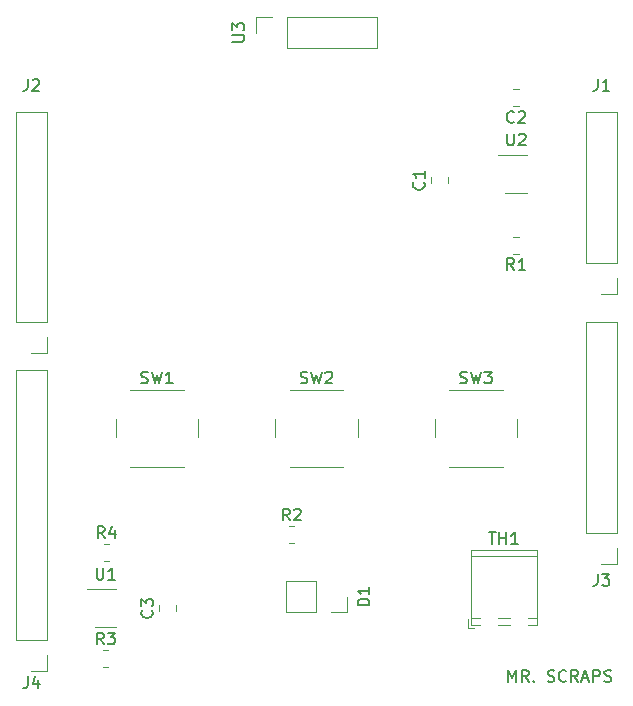
<source format=gbr>
%TF.GenerationSoftware,KiCad,Pcbnew,(5.1.7)-1*%
%TF.CreationDate,2020-11-20T22:02:49-05:00*%
%TF.ProjectId,Temp Probe,54656d70-2050-4726-9f62-652e6b696361,rev?*%
%TF.SameCoordinates,Original*%
%TF.FileFunction,Legend,Top*%
%TF.FilePolarity,Positive*%
%FSLAX46Y46*%
G04 Gerber Fmt 4.6, Leading zero omitted, Abs format (unit mm)*
G04 Created by KiCad (PCBNEW (5.1.7)-1) date 2020-11-20 22:02:49*
%MOMM*%
%LPD*%
G01*
G04 APERTURE LIST*
%ADD10C,0.150000*%
%ADD11C,0.120000*%
G04 APERTURE END LIST*
D10*
X70850666Y-127960380D02*
X70850666Y-126960380D01*
X71184000Y-127674666D01*
X71517333Y-126960380D01*
X71517333Y-127960380D01*
X72564952Y-127960380D02*
X72231619Y-127484190D01*
X71993523Y-127960380D02*
X71993523Y-126960380D01*
X72374476Y-126960380D01*
X72469714Y-127008000D01*
X72517333Y-127055619D01*
X72564952Y-127150857D01*
X72564952Y-127293714D01*
X72517333Y-127388952D01*
X72469714Y-127436571D01*
X72374476Y-127484190D01*
X71993523Y-127484190D01*
X72993523Y-127865142D02*
X73041142Y-127912761D01*
X72993523Y-127960380D01*
X72945904Y-127912761D01*
X72993523Y-127865142D01*
X72993523Y-127960380D01*
X74184000Y-127912761D02*
X74326857Y-127960380D01*
X74564952Y-127960380D01*
X74660190Y-127912761D01*
X74707809Y-127865142D01*
X74755428Y-127769904D01*
X74755428Y-127674666D01*
X74707809Y-127579428D01*
X74660190Y-127531809D01*
X74564952Y-127484190D01*
X74374476Y-127436571D01*
X74279238Y-127388952D01*
X74231619Y-127341333D01*
X74184000Y-127246095D01*
X74184000Y-127150857D01*
X74231619Y-127055619D01*
X74279238Y-127008000D01*
X74374476Y-126960380D01*
X74612571Y-126960380D01*
X74755428Y-127008000D01*
X75755428Y-127865142D02*
X75707809Y-127912761D01*
X75564952Y-127960380D01*
X75469714Y-127960380D01*
X75326857Y-127912761D01*
X75231619Y-127817523D01*
X75184000Y-127722285D01*
X75136380Y-127531809D01*
X75136380Y-127388952D01*
X75184000Y-127198476D01*
X75231619Y-127103238D01*
X75326857Y-127008000D01*
X75469714Y-126960380D01*
X75564952Y-126960380D01*
X75707809Y-127008000D01*
X75755428Y-127055619D01*
X76755428Y-127960380D02*
X76422095Y-127484190D01*
X76184000Y-127960380D02*
X76184000Y-126960380D01*
X76564952Y-126960380D01*
X76660190Y-127008000D01*
X76707809Y-127055619D01*
X76755428Y-127150857D01*
X76755428Y-127293714D01*
X76707809Y-127388952D01*
X76660190Y-127436571D01*
X76564952Y-127484190D01*
X76184000Y-127484190D01*
X77136380Y-127674666D02*
X77612571Y-127674666D01*
X77041142Y-127960380D02*
X77374476Y-126960380D01*
X77707809Y-127960380D01*
X78041142Y-127960380D02*
X78041142Y-126960380D01*
X78422095Y-126960380D01*
X78517333Y-127008000D01*
X78564952Y-127055619D01*
X78612571Y-127150857D01*
X78612571Y-127293714D01*
X78564952Y-127388952D01*
X78517333Y-127436571D01*
X78422095Y-127484190D01*
X78041142Y-127484190D01*
X78993523Y-127912761D02*
X79136380Y-127960380D01*
X79374476Y-127960380D01*
X79469714Y-127912761D01*
X79517333Y-127865142D01*
X79564952Y-127769904D01*
X79564952Y-127674666D01*
X79517333Y-127579428D01*
X79469714Y-127531809D01*
X79374476Y-127484190D01*
X79184000Y-127436571D01*
X79088761Y-127388952D01*
X79041142Y-127341333D01*
X78993523Y-127246095D01*
X78993523Y-127150857D01*
X79041142Y-127055619D01*
X79088761Y-127008000D01*
X79184000Y-126960380D01*
X79422095Y-126960380D01*
X79564952Y-127008000D01*
D11*
%TO.C,TH1*%
X67650000Y-122600000D02*
X68420000Y-122600000D01*
X70000000Y-122600000D02*
X70960000Y-122600000D01*
X72540000Y-122600000D02*
X73310000Y-122600000D01*
X67650000Y-117300000D02*
X73310000Y-117300000D01*
X67650000Y-116840000D02*
X73310000Y-116840000D01*
X67650000Y-123160000D02*
X68420000Y-123160000D01*
X70000000Y-123160000D02*
X70960000Y-123160000D01*
X72540000Y-123160000D02*
X73310000Y-123160000D01*
X67650000Y-116840000D02*
X67650000Y-123160000D01*
X73310000Y-116840000D02*
X73310000Y-123160000D01*
X67410000Y-122660000D02*
X67410000Y-123400000D01*
X67410000Y-123400000D02*
X67910000Y-123400000D01*
%TO.C,U1*%
X37650000Y-120140000D02*
X35200000Y-120140000D01*
X35850000Y-123360000D02*
X37650000Y-123360000D01*
%TO.C,U2*%
X72400000Y-83390000D02*
X69950000Y-83390000D01*
X70600000Y-86610000D02*
X72400000Y-86610000D01*
%TO.C,R1*%
X71727064Y-90265000D02*
X71272936Y-90265000D01*
X71727064Y-91735000D02*
X71272936Y-91735000D01*
%TO.C,R4*%
X36610436Y-117735000D02*
X37064564Y-117735000D01*
X36610436Y-116265000D02*
X37064564Y-116265000D01*
%TO.C,R3*%
X36522936Y-126735000D02*
X36977064Y-126735000D01*
X36522936Y-125265000D02*
X36977064Y-125265000D01*
%TO.C,R2*%
X52272936Y-116235000D02*
X52727064Y-116235000D01*
X52272936Y-114765000D02*
X52727064Y-114765000D01*
%TO.C,C3*%
X42735000Y-122011252D02*
X42735000Y-121488748D01*
X41265000Y-122011252D02*
X41265000Y-121488748D01*
%TO.C,C2*%
X71761252Y-77765000D02*
X71238748Y-77765000D01*
X71761252Y-79235000D02*
X71238748Y-79235000D01*
%TO.C,C1*%
X65735000Y-85761252D02*
X65735000Y-85238748D01*
X64265000Y-85761252D02*
X64265000Y-85238748D01*
%TO.C,U3*%
X52080000Y-74330000D02*
X52080000Y-71670000D01*
X52080000Y-74330000D02*
X59760000Y-74330000D01*
X59760000Y-74330000D02*
X59760000Y-71670000D01*
X52080000Y-71670000D02*
X59760000Y-71670000D01*
X49480000Y-71670000D02*
X50810000Y-71670000D01*
X49480000Y-73000000D02*
X49480000Y-71670000D01*
%TO.C,SW1*%
X38860000Y-109750000D02*
X43360000Y-109750000D01*
X37610000Y-105750000D02*
X37610000Y-107250000D01*
X43360000Y-103250000D02*
X38860000Y-103250000D01*
X44610000Y-107250000D02*
X44610000Y-105750000D01*
%TO.C,SW2*%
X52360000Y-109750000D02*
X56860000Y-109750000D01*
X51110000Y-105750000D02*
X51110000Y-107250000D01*
X56860000Y-103250000D02*
X52360000Y-103250000D01*
X58110000Y-107250000D02*
X58110000Y-105750000D01*
%TO.C,SW3*%
X65860000Y-109750000D02*
X70360000Y-109750000D01*
X64610000Y-105750000D02*
X64610000Y-107250000D01*
X70360000Y-103250000D02*
X65860000Y-103250000D01*
X71610000Y-107250000D02*
X71610000Y-105750000D01*
%TO.C,J4*%
X31810000Y-101540000D02*
X29150000Y-101540000D01*
X31810000Y-124460000D02*
X31810000Y-101540000D01*
X29150000Y-124460000D02*
X29150000Y-101540000D01*
X31810000Y-124460000D02*
X29150000Y-124460000D01*
X31810000Y-125730000D02*
X31810000Y-127060000D01*
X31810000Y-127060000D02*
X30480000Y-127060000D01*
%TO.C,J3*%
X80070000Y-97510000D02*
X77410000Y-97510000D01*
X80070000Y-115350000D02*
X80070000Y-97510000D01*
X77410000Y-115350000D02*
X77410000Y-97510000D01*
X80070000Y-115350000D02*
X77410000Y-115350000D01*
X80070000Y-116620000D02*
X80070000Y-117950000D01*
X80070000Y-117950000D02*
X78740000Y-117950000D01*
%TO.C,J2*%
X31810000Y-79700000D02*
X29150000Y-79700000D01*
X31810000Y-97540000D02*
X31810000Y-79700000D01*
X29150000Y-97540000D02*
X29150000Y-79700000D01*
X31810000Y-97540000D02*
X29150000Y-97540000D01*
X31810000Y-98810000D02*
X31810000Y-100140000D01*
X31810000Y-100140000D02*
X30480000Y-100140000D01*
%TO.C,J1*%
X80070000Y-79730000D02*
X77410000Y-79730000D01*
X80070000Y-92490000D02*
X80070000Y-79730000D01*
X77410000Y-92490000D02*
X77410000Y-79730000D01*
X80070000Y-92490000D02*
X77410000Y-92490000D01*
X80070000Y-93760000D02*
X80070000Y-95090000D01*
X80070000Y-95090000D02*
X78740000Y-95090000D01*
%TO.C,D1*%
X54590000Y-119420000D02*
X54590000Y-122080000D01*
X54590000Y-119420000D02*
X51990000Y-119420000D01*
X51990000Y-119420000D02*
X51990000Y-122080000D01*
X54590000Y-122080000D02*
X51990000Y-122080000D01*
X57190000Y-122080000D02*
X55860000Y-122080000D01*
X57190000Y-120750000D02*
X57190000Y-122080000D01*
%TO.C,TH1*%
D10*
X69194285Y-115292380D02*
X69765714Y-115292380D01*
X69480000Y-116292380D02*
X69480000Y-115292380D01*
X70099047Y-116292380D02*
X70099047Y-115292380D01*
X70099047Y-115768571D02*
X70670476Y-115768571D01*
X70670476Y-116292380D02*
X70670476Y-115292380D01*
X71670476Y-116292380D02*
X71099047Y-116292380D01*
X71384761Y-116292380D02*
X71384761Y-115292380D01*
X71289523Y-115435238D01*
X71194285Y-115530476D01*
X71099047Y-115578095D01*
%TO.C,U1*%
X35988095Y-118302380D02*
X35988095Y-119111904D01*
X36035714Y-119207142D01*
X36083333Y-119254761D01*
X36178571Y-119302380D01*
X36369047Y-119302380D01*
X36464285Y-119254761D01*
X36511904Y-119207142D01*
X36559523Y-119111904D01*
X36559523Y-118302380D01*
X37559523Y-119302380D02*
X36988095Y-119302380D01*
X37273809Y-119302380D02*
X37273809Y-118302380D01*
X37178571Y-118445238D01*
X37083333Y-118540476D01*
X36988095Y-118588095D01*
%TO.C,U2*%
X70738095Y-81552380D02*
X70738095Y-82361904D01*
X70785714Y-82457142D01*
X70833333Y-82504761D01*
X70928571Y-82552380D01*
X71119047Y-82552380D01*
X71214285Y-82504761D01*
X71261904Y-82457142D01*
X71309523Y-82361904D01*
X71309523Y-81552380D01*
X71738095Y-81647619D02*
X71785714Y-81600000D01*
X71880952Y-81552380D01*
X72119047Y-81552380D01*
X72214285Y-81600000D01*
X72261904Y-81647619D01*
X72309523Y-81742857D01*
X72309523Y-81838095D01*
X72261904Y-81980952D01*
X71690476Y-82552380D01*
X72309523Y-82552380D01*
%TO.C,R1*%
X71333333Y-93102380D02*
X71000000Y-92626190D01*
X70761904Y-93102380D02*
X70761904Y-92102380D01*
X71142857Y-92102380D01*
X71238095Y-92150000D01*
X71285714Y-92197619D01*
X71333333Y-92292857D01*
X71333333Y-92435714D01*
X71285714Y-92530952D01*
X71238095Y-92578571D01*
X71142857Y-92626190D01*
X70761904Y-92626190D01*
X72285714Y-93102380D02*
X71714285Y-93102380D01*
X72000000Y-93102380D02*
X72000000Y-92102380D01*
X71904761Y-92245238D01*
X71809523Y-92340476D01*
X71714285Y-92388095D01*
%TO.C,R4*%
X36670833Y-115802380D02*
X36337500Y-115326190D01*
X36099404Y-115802380D02*
X36099404Y-114802380D01*
X36480357Y-114802380D01*
X36575595Y-114850000D01*
X36623214Y-114897619D01*
X36670833Y-114992857D01*
X36670833Y-115135714D01*
X36623214Y-115230952D01*
X36575595Y-115278571D01*
X36480357Y-115326190D01*
X36099404Y-115326190D01*
X37527976Y-115135714D02*
X37527976Y-115802380D01*
X37289880Y-114754761D02*
X37051785Y-115469047D01*
X37670833Y-115469047D01*
%TO.C,R3*%
X36583333Y-124802380D02*
X36250000Y-124326190D01*
X36011904Y-124802380D02*
X36011904Y-123802380D01*
X36392857Y-123802380D01*
X36488095Y-123850000D01*
X36535714Y-123897619D01*
X36583333Y-123992857D01*
X36583333Y-124135714D01*
X36535714Y-124230952D01*
X36488095Y-124278571D01*
X36392857Y-124326190D01*
X36011904Y-124326190D01*
X36916666Y-123802380D02*
X37535714Y-123802380D01*
X37202380Y-124183333D01*
X37345238Y-124183333D01*
X37440476Y-124230952D01*
X37488095Y-124278571D01*
X37535714Y-124373809D01*
X37535714Y-124611904D01*
X37488095Y-124707142D01*
X37440476Y-124754761D01*
X37345238Y-124802380D01*
X37059523Y-124802380D01*
X36964285Y-124754761D01*
X36916666Y-124707142D01*
%TO.C,R2*%
X52333333Y-114302380D02*
X52000000Y-113826190D01*
X51761904Y-114302380D02*
X51761904Y-113302380D01*
X52142857Y-113302380D01*
X52238095Y-113350000D01*
X52285714Y-113397619D01*
X52333333Y-113492857D01*
X52333333Y-113635714D01*
X52285714Y-113730952D01*
X52238095Y-113778571D01*
X52142857Y-113826190D01*
X51761904Y-113826190D01*
X52714285Y-113397619D02*
X52761904Y-113350000D01*
X52857142Y-113302380D01*
X53095238Y-113302380D01*
X53190476Y-113350000D01*
X53238095Y-113397619D01*
X53285714Y-113492857D01*
X53285714Y-113588095D01*
X53238095Y-113730952D01*
X52666666Y-114302380D01*
X53285714Y-114302380D01*
%TO.C,C3*%
X40677142Y-121916666D02*
X40724761Y-121964285D01*
X40772380Y-122107142D01*
X40772380Y-122202380D01*
X40724761Y-122345238D01*
X40629523Y-122440476D01*
X40534285Y-122488095D01*
X40343809Y-122535714D01*
X40200952Y-122535714D01*
X40010476Y-122488095D01*
X39915238Y-122440476D01*
X39820000Y-122345238D01*
X39772380Y-122202380D01*
X39772380Y-122107142D01*
X39820000Y-121964285D01*
X39867619Y-121916666D01*
X39772380Y-121583333D02*
X39772380Y-120964285D01*
X40153333Y-121297619D01*
X40153333Y-121154761D01*
X40200952Y-121059523D01*
X40248571Y-121011904D01*
X40343809Y-120964285D01*
X40581904Y-120964285D01*
X40677142Y-121011904D01*
X40724761Y-121059523D01*
X40772380Y-121154761D01*
X40772380Y-121440476D01*
X40724761Y-121535714D01*
X40677142Y-121583333D01*
%TO.C,C2*%
X71333333Y-80537142D02*
X71285714Y-80584761D01*
X71142857Y-80632380D01*
X71047619Y-80632380D01*
X70904761Y-80584761D01*
X70809523Y-80489523D01*
X70761904Y-80394285D01*
X70714285Y-80203809D01*
X70714285Y-80060952D01*
X70761904Y-79870476D01*
X70809523Y-79775238D01*
X70904761Y-79680000D01*
X71047619Y-79632380D01*
X71142857Y-79632380D01*
X71285714Y-79680000D01*
X71333333Y-79727619D01*
X71714285Y-79727619D02*
X71761904Y-79680000D01*
X71857142Y-79632380D01*
X72095238Y-79632380D01*
X72190476Y-79680000D01*
X72238095Y-79727619D01*
X72285714Y-79822857D01*
X72285714Y-79918095D01*
X72238095Y-80060952D01*
X71666666Y-80632380D01*
X72285714Y-80632380D01*
%TO.C,C1*%
X63677142Y-85666666D02*
X63724761Y-85714285D01*
X63772380Y-85857142D01*
X63772380Y-85952380D01*
X63724761Y-86095238D01*
X63629523Y-86190476D01*
X63534285Y-86238095D01*
X63343809Y-86285714D01*
X63200952Y-86285714D01*
X63010476Y-86238095D01*
X62915238Y-86190476D01*
X62820000Y-86095238D01*
X62772380Y-85952380D01*
X62772380Y-85857142D01*
X62820000Y-85714285D01*
X62867619Y-85666666D01*
X63772380Y-84714285D02*
X63772380Y-85285714D01*
X63772380Y-85000000D02*
X62772380Y-85000000D01*
X62915238Y-85095238D01*
X63010476Y-85190476D01*
X63058095Y-85285714D01*
%TO.C,U3*%
X47492380Y-73761904D02*
X48301904Y-73761904D01*
X48397142Y-73714285D01*
X48444761Y-73666666D01*
X48492380Y-73571428D01*
X48492380Y-73380952D01*
X48444761Y-73285714D01*
X48397142Y-73238095D01*
X48301904Y-73190476D01*
X47492380Y-73190476D01*
X47492380Y-72809523D02*
X47492380Y-72190476D01*
X47873333Y-72523809D01*
X47873333Y-72380952D01*
X47920952Y-72285714D01*
X47968571Y-72238095D01*
X48063809Y-72190476D01*
X48301904Y-72190476D01*
X48397142Y-72238095D01*
X48444761Y-72285714D01*
X48492380Y-72380952D01*
X48492380Y-72666666D01*
X48444761Y-72761904D01*
X48397142Y-72809523D01*
%TO.C,SW1*%
X39776666Y-102654761D02*
X39919523Y-102702380D01*
X40157619Y-102702380D01*
X40252857Y-102654761D01*
X40300476Y-102607142D01*
X40348095Y-102511904D01*
X40348095Y-102416666D01*
X40300476Y-102321428D01*
X40252857Y-102273809D01*
X40157619Y-102226190D01*
X39967142Y-102178571D01*
X39871904Y-102130952D01*
X39824285Y-102083333D01*
X39776666Y-101988095D01*
X39776666Y-101892857D01*
X39824285Y-101797619D01*
X39871904Y-101750000D01*
X39967142Y-101702380D01*
X40205238Y-101702380D01*
X40348095Y-101750000D01*
X40681428Y-101702380D02*
X40919523Y-102702380D01*
X41110000Y-101988095D01*
X41300476Y-102702380D01*
X41538571Y-101702380D01*
X42443333Y-102702380D02*
X41871904Y-102702380D01*
X42157619Y-102702380D02*
X42157619Y-101702380D01*
X42062380Y-101845238D01*
X41967142Y-101940476D01*
X41871904Y-101988095D01*
%TO.C,SW2*%
X53276666Y-102654761D02*
X53419523Y-102702380D01*
X53657619Y-102702380D01*
X53752857Y-102654761D01*
X53800476Y-102607142D01*
X53848095Y-102511904D01*
X53848095Y-102416666D01*
X53800476Y-102321428D01*
X53752857Y-102273809D01*
X53657619Y-102226190D01*
X53467142Y-102178571D01*
X53371904Y-102130952D01*
X53324285Y-102083333D01*
X53276666Y-101988095D01*
X53276666Y-101892857D01*
X53324285Y-101797619D01*
X53371904Y-101750000D01*
X53467142Y-101702380D01*
X53705238Y-101702380D01*
X53848095Y-101750000D01*
X54181428Y-101702380D02*
X54419523Y-102702380D01*
X54610000Y-101988095D01*
X54800476Y-102702380D01*
X55038571Y-101702380D01*
X55371904Y-101797619D02*
X55419523Y-101750000D01*
X55514761Y-101702380D01*
X55752857Y-101702380D01*
X55848095Y-101750000D01*
X55895714Y-101797619D01*
X55943333Y-101892857D01*
X55943333Y-101988095D01*
X55895714Y-102130952D01*
X55324285Y-102702380D01*
X55943333Y-102702380D01*
%TO.C,SW3*%
X66776666Y-102654761D02*
X66919523Y-102702380D01*
X67157619Y-102702380D01*
X67252857Y-102654761D01*
X67300476Y-102607142D01*
X67348095Y-102511904D01*
X67348095Y-102416666D01*
X67300476Y-102321428D01*
X67252857Y-102273809D01*
X67157619Y-102226190D01*
X66967142Y-102178571D01*
X66871904Y-102130952D01*
X66824285Y-102083333D01*
X66776666Y-101988095D01*
X66776666Y-101892857D01*
X66824285Y-101797619D01*
X66871904Y-101750000D01*
X66967142Y-101702380D01*
X67205238Y-101702380D01*
X67348095Y-101750000D01*
X67681428Y-101702380D02*
X67919523Y-102702380D01*
X68110000Y-101988095D01*
X68300476Y-102702380D01*
X68538571Y-101702380D01*
X68824285Y-101702380D02*
X69443333Y-101702380D01*
X69110000Y-102083333D01*
X69252857Y-102083333D01*
X69348095Y-102130952D01*
X69395714Y-102178571D01*
X69443333Y-102273809D01*
X69443333Y-102511904D01*
X69395714Y-102607142D01*
X69348095Y-102654761D01*
X69252857Y-102702380D01*
X68967142Y-102702380D01*
X68871904Y-102654761D01*
X68824285Y-102607142D01*
%TO.C,J4*%
X30146666Y-127512380D02*
X30146666Y-128226666D01*
X30099047Y-128369523D01*
X30003809Y-128464761D01*
X29860952Y-128512380D01*
X29765714Y-128512380D01*
X31051428Y-127845714D02*
X31051428Y-128512380D01*
X30813333Y-127464761D02*
X30575238Y-128179047D01*
X31194285Y-128179047D01*
%TO.C,J3*%
X78406666Y-118832380D02*
X78406666Y-119546666D01*
X78359047Y-119689523D01*
X78263809Y-119784761D01*
X78120952Y-119832380D01*
X78025714Y-119832380D01*
X78787619Y-118832380D02*
X79406666Y-118832380D01*
X79073333Y-119213333D01*
X79216190Y-119213333D01*
X79311428Y-119260952D01*
X79359047Y-119308571D01*
X79406666Y-119403809D01*
X79406666Y-119641904D01*
X79359047Y-119737142D01*
X79311428Y-119784761D01*
X79216190Y-119832380D01*
X78930476Y-119832380D01*
X78835238Y-119784761D01*
X78787619Y-119737142D01*
%TO.C,J2*%
X30146666Y-76922380D02*
X30146666Y-77636666D01*
X30099047Y-77779523D01*
X30003809Y-77874761D01*
X29860952Y-77922380D01*
X29765714Y-77922380D01*
X30575238Y-77017619D02*
X30622857Y-76970000D01*
X30718095Y-76922380D01*
X30956190Y-76922380D01*
X31051428Y-76970000D01*
X31099047Y-77017619D01*
X31146666Y-77112857D01*
X31146666Y-77208095D01*
X31099047Y-77350952D01*
X30527619Y-77922380D01*
X31146666Y-77922380D01*
%TO.C,J1*%
X78406666Y-76922380D02*
X78406666Y-77636666D01*
X78359047Y-77779523D01*
X78263809Y-77874761D01*
X78120952Y-77922380D01*
X78025714Y-77922380D01*
X79406666Y-77922380D02*
X78835238Y-77922380D01*
X79120952Y-77922380D02*
X79120952Y-76922380D01*
X79025714Y-77065238D01*
X78930476Y-77160476D01*
X78835238Y-77208095D01*
%TO.C,D1*%
X59082380Y-121488095D02*
X58082380Y-121488095D01*
X58082380Y-121250000D01*
X58130000Y-121107142D01*
X58225238Y-121011904D01*
X58320476Y-120964285D01*
X58510952Y-120916666D01*
X58653809Y-120916666D01*
X58844285Y-120964285D01*
X58939523Y-121011904D01*
X59034761Y-121107142D01*
X59082380Y-121250000D01*
X59082380Y-121488095D01*
X59082380Y-119964285D02*
X59082380Y-120535714D01*
X59082380Y-120250000D02*
X58082380Y-120250000D01*
X58225238Y-120345238D01*
X58320476Y-120440476D01*
X58368095Y-120535714D01*
%TD*%
M02*

</source>
